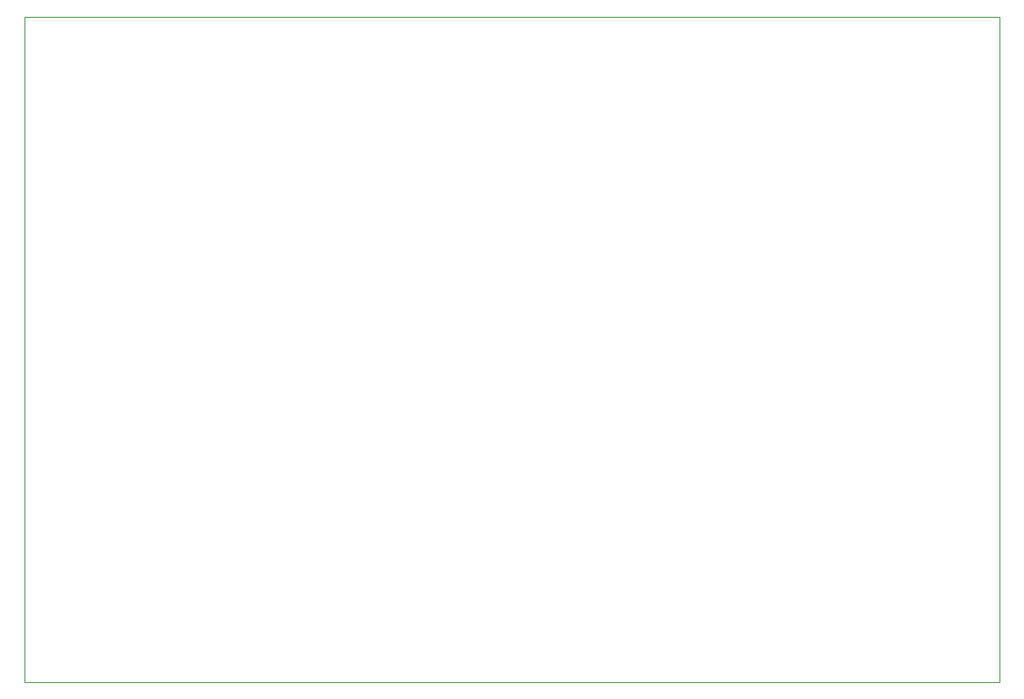
<source format=gbr>
%TF.GenerationSoftware,KiCad,Pcbnew,8.0.1*%
%TF.CreationDate,2024-04-28T14:26:27+12:00*%
%TF.ProjectId,v1,76312e6b-6963-4616-945f-706362585858,rev?*%
%TF.SameCoordinates,Original*%
%TF.FileFunction,Profile,NP*%
%FSLAX46Y46*%
G04 Gerber Fmt 4.6, Leading zero omitted, Abs format (unit mm)*
G04 Created by KiCad (PCBNEW 8.0.1) date 2024-04-28 14:26:27*
%MOMM*%
%LPD*%
G01*
G04 APERTURE LIST*
%TA.AperFunction,Profile*%
%ADD10C,0.100000*%
%TD*%
G04 APERTURE END LIST*
D10*
X113982500Y-61912500D02*
X211613750Y-61912500D01*
X211613750Y-128587500D01*
X113982500Y-128587500D01*
X113982500Y-61912500D01*
M02*

</source>
